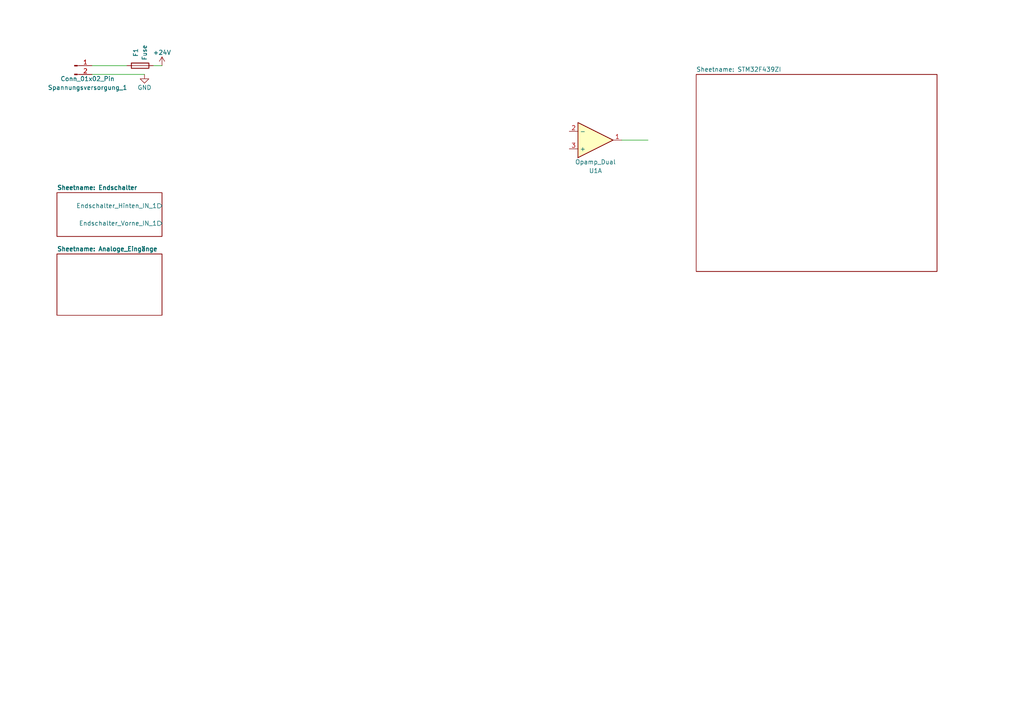
<source format=kicad_sch>
(kicad_sch (version 20230121) (generator eeschema)
  (paper "A4")
  (title_block (title "Sailwind_Stm32F439_shield") (rev "1.0"))
  (lib_symbols
    (symbol "Connector:Conn_01x02_Pin" (pin_names (offset 1.016) hide)
      (property "Reference" "J" (at 0 2.54 0))
      (property "Value" "Conn_01x02_Pin" (at 0 -5.08 0))
      (symbol "Conn_01x02_Pin_1_1"
        (polyline (pts (xy 1.27 -2.54) (xy 0.8636 -2.54)) (stroke (width 0.1524)))
        (polyline (pts (xy 1.27 0) (xy 0.8636 0)) (stroke (width 0.1524)))
        (rectangle (start 0.8636 -2.413) (end 0 -2.667) (stroke (width 0.1524)) (fill (type outline)))
        (rectangle (start 0.8636 0.127) (end 0 -0.127) (stroke (width 0.1524)) (fill (type outline)))
        (pin passive line (at 5.08 0 180) (length 3.81) (name "Pin_1") (number "1"))
        (pin passive line (at 5.08 -2.54 180) (length 3.81) (name "Pin_2") (number "2"))
      )
    )
    (symbol "Device:Fuse" (pin_numbers hide) (pin_names (offset 0))
      (property "Reference" "F" (at 2.032 0 90))
      (property "Value" "Fuse" (at -1.905 0 90))
      (symbol "Fuse_0_1"
        (rectangle (start -0.762 -2.54) (end 0.762 2.54) (stroke (width 0.254)))
        (polyline (pts (xy 0 2.54) (xy 0 -2.54)))
      )
      (symbol "Fuse_1_1"
        (pin passive line (at 0 3.81 270) (length 1.27) (name "~") (number "1"))
        (pin passive line (at 0 -3.81 90) (length 1.27) (name "~") (number "2"))
      )
    )
    (symbol "Device:Opamp_Dual"
      (property "Reference" "U" (at 0 5.08 0))
      (property "Value" "Opamp_Dual" (at 0 -5.08 0))
      (symbol "Opamp_Dual_1_1"
        (polyline (pts (xy -5.08 5.08) (xy 5.08 0) (xy -5.08 -5.08) (xy -5.08 5.08)) (stroke (width 0.254)) (fill (type background)))
        (pin output line (at 7.62 0 180) (length 2.54) (name "~") (number "1"))
        (pin input line (at -7.62 -2.54 0) (length 2.54) (name "-") (number "2"))
        (pin input line (at -7.62 2.54 0) (length 2.54) (name "+") (number "3"))
      )
      (symbol "Opamp_Dual_2_1"
        (polyline (pts (xy -5.08 5.08) (xy 5.08 0) (xy -5.08 -5.08) (xy -5.08 5.08)) (stroke (width 0.254)) (fill (type background)))
        (pin input line (at -7.62 2.54 0) (length 2.54) (name "+") (number "5"))
        (pin input line (at -7.62 -2.54 0) (length 2.54) (name "-") (number "6"))
        (pin output line (at 7.62 0 180) (length 2.54) (name "~") (number "7"))
      )
      (symbol "Opamp_Dual_3_1"
        (pin power_in line (at -2.54 -7.62 90) (length 3.81) (name "V-") (number "4"))
        (pin power_in line (at -2.54 7.62 270) (length 3.81) (name "V+") (number "8"))
      )
    )
    (symbol "power:+24V" (power) (pin_names (offset 0))
      (property "Value" "+24V" (at 0 3.556 0))
      (symbol "+24V_0_1"
        (polyline (pts (xy -0.762 1.27) (xy 0 2.54)))
        (polyline (pts (xy 0 0) (xy 0 2.54)))
        (polyline (pts (xy 0 2.54) (xy 0.762 1.27)))
      )
      (symbol "+24V_1_1"
        (pin power_in line (at 0 0 90) (length 0) hide (name "+24V") (number "1"))
      )
    )
    (symbol "power:GND" (power) (pin_names (offset 0))
      (property "Value" "GND" (at 0 -3.81 0))
      (symbol "GND_0_1"
        (polyline (pts (xy 0 0) (xy 0 -1.27) (xy 1.27 -1.27) (xy 0 -2.54) (xy -1.27 -1.27) (xy 0 -1.27)))
      )
      (symbol "GND_1_1"
        (pin power_in line (at 0 0 270) (length 0) hide (name "GND") (number "1"))
      )
    )
  )
  (wire (pts (xy 180.34 40.64) (xy 187.96 40.64)))
  (wire (pts (xy 44.45 19.05) (xy 46.99 19.05)))
  (wire (pts (xy 26.67 19.05) (xy 36.83 19.05)))
  (wire (pts (xy 26.67 21.59) (xy 41.91 21.59)))
  (symbol (lib_id "power:GND") (at 41.91 21.59 0) (unit 1)
    (property "Reference" "#PWR02" (effects hide))
    (property "Value" "GND" (at 41.91 25.4 0))
  )
  (symbol (lib_id "Device:Opamp_Dual") (at 172.72 40.64 0) (mirror x) (unit 1)
    (property "Reference" "U1" (at 172.72 49.53 0))
    (property "Value" "Opamp_Dual" (at 172.72 46.99 0))
  )
  (symbol (lib_id "Connector:Conn_01x02_Pin") (at 21.59 19.05 0) (unit 1)
    (property "Reference" "Spannungsversorgung_1" (at 25.4 25.4 0))
    (property "Value" "Conn_01x02_Pin" (at 25.4 22.86 0))
  )
  (symbol (lib_id "power:+24V") (at 46.99 19.05 0) (unit 1)
    (property "Reference" "#PWR01" (effects hide))
    (property "Value" "+24V" (at 46.99 15.24 0))
  )
  (symbol (lib_id "Device:Fuse") (at 40.64 19.05 90) (unit 1)
    (property "Reference" "F1" (at 39.37 15.24 0))
    (property "Value" "Fuse" (at 41.91 15.24 0))
  )
  (sheet (at 16.51 73.66) (size 30.48 17.78) (stroke (width 0.1524))
    (property "Sheetname" "Analoge_Eingänge" (at 16.51 72.9484 0) (show_name) (effects (font bold) (justify left bottom)))
    (property "Sheetfile" "analog_in.kicad_sch" (effects hide))
  )
  (sheet (at 201.93 21.59) (size 69.85 57.15) (stroke (width 0.1524))
    (property "Sheetname" "STM32F439ZI" (at 201.93 20.8784 0) (show_name) (effects (justify left bottom)))
    (property "Sheetfile" "STM32.kicad_sch" (effects hide))
  )
  (sheet (at 16.51 55.88) (size 30.48 12.7) (stroke (width 0.1524))
    (property "Sheetname" "Endschalter" (at 16.51 55.1684 0) (show_name) (effects (font bold) (justify left bottom)))
    (property "Sheetfile" "Endschalter.kicad_sch" (effects hide))
    (pin "Endschalter_Hinten_IN_1" output (at 46.99 59.69 0))
    (pin "Endschalter_Vorne_IN_1" output (at 46.99 64.77 0))
  )
)
</source>
